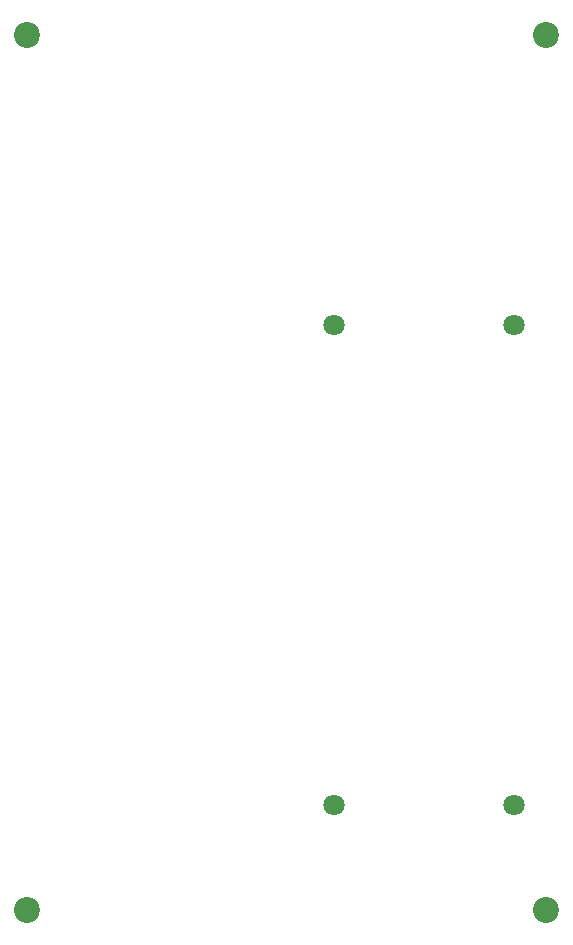
<source format=gbr>
%TF.GenerationSoftware,KiCad,Pcbnew,9.0.5*%
%TF.CreationDate,2025-10-13T11:36:25+02:00*%
%TF.ProjectId,MAX31865,4d415833-3138-4363-952e-6b696361645f,rev?*%
%TF.SameCoordinates,Original*%
%TF.FileFunction,NonPlated,1,2,NPTH,Drill*%
%TF.FilePolarity,Positive*%
%FSLAX46Y46*%
G04 Gerber Fmt 4.6, Leading zero omitted, Abs format (unit mm)*
G04 Created by KiCad (PCBNEW 9.0.5) date 2025-10-13 11:36:25*
%MOMM*%
%LPD*%
G01*
G04 APERTURE LIST*
%TA.AperFunction,ComponentDrill*%
%ADD10C,1.800000*%
%TD*%
%TA.AperFunction,ComponentDrill*%
%ADD11C,2.200000*%
%TD*%
G04 APERTURE END LIST*
D10*
%TO.C,A1*%
X129000000Y-97520000D03*
X129000000Y-138160000D03*
X144240000Y-97520000D03*
X144240000Y-138160000D03*
D11*
%TO.C,U$18*%
X103000000Y-73000000D03*
%TO.C,U$2*%
X103000000Y-147000000D03*
%TO.C,U$19*%
X147000000Y-73000000D03*
%TO.C,U$1*%
X147000000Y-147000000D03*
M02*

</source>
